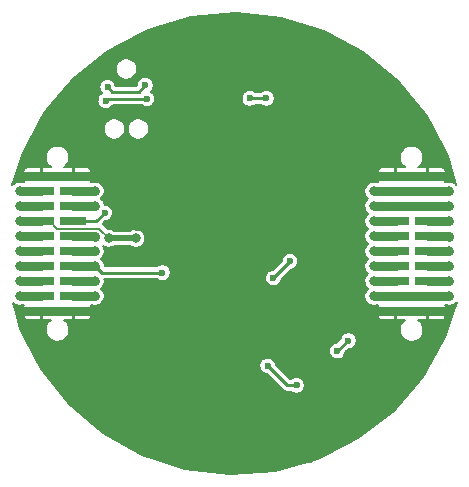
<source format=gbl>
G04 #@! TF.FileFunction,Copper,L2,Bot,Signal*
%FSLAX46Y46*%
G04 Gerber Fmt 4.6, Leading zero omitted, Abs format (unit mm)*
G04 Created by KiCad (PCBNEW 0.201601071449+6428~40~ubuntu14.04.1-stable) date Tue 09 Feb 2016 22:19:13 GMT*
%MOMM*%
G01*
G04 APERTURE LIST*
%ADD10C,0.100000*%
%ADD11R,2.220000X0.740000*%
%ADD12C,0.600000*%
%ADD13C,0.800000*%
%ADD14C,0.280000*%
%ADD15C,0.740000*%
%ADD16C,0.200000*%
%ADD17C,0.500000*%
G04 APERTURE END LIST*
D10*
D11*
X113635000Y-94285000D03*
X116365000Y-94285000D03*
X113635000Y-95555000D03*
X116365000Y-95555000D03*
X113635000Y-96825000D03*
X116365000Y-96825000D03*
X113635000Y-98095000D03*
X116365000Y-98095000D03*
X113635000Y-99365000D03*
X116365000Y-99365000D03*
X113635000Y-100635000D03*
X116365000Y-100635000D03*
X113635000Y-101905000D03*
X116365000Y-101905000D03*
X113635000Y-103175000D03*
X116365000Y-103175000D03*
X113635000Y-104445000D03*
X116365000Y-104445000D03*
X113635000Y-105715000D03*
X116365000Y-105715000D03*
X83635000Y-94285000D03*
X86365000Y-94285000D03*
X83635000Y-95555000D03*
X86365000Y-95555000D03*
X83635000Y-96825000D03*
X86365000Y-96825000D03*
X83635000Y-98095000D03*
X86365000Y-98095000D03*
X83635000Y-99365000D03*
X86365000Y-99365000D03*
X83635000Y-100635000D03*
X86365000Y-100635000D03*
X83635000Y-101905000D03*
X86365000Y-101905000D03*
X83635000Y-103175000D03*
X86365000Y-103175000D03*
X83635000Y-104445000D03*
X86365000Y-104445000D03*
X83635000Y-105715000D03*
X86365000Y-105715000D03*
D12*
X93900000Y-102450000D03*
D13*
X88200000Y-101900000D03*
D12*
X100000000Y-82050000D03*
X94850000Y-85000000D03*
X96050000Y-85000000D03*
X109100000Y-91950000D03*
X109100000Y-89550000D03*
X93900000Y-105150000D03*
X93000000Y-96809990D03*
X91800000Y-98650000D03*
X107650000Y-99900000D03*
X91150000Y-103775000D03*
X96900000Y-105750000D03*
X100000000Y-103050000D03*
X104400000Y-106000000D03*
X109050000Y-114050000D03*
X106350000Y-118300000D03*
X101850000Y-119000000D03*
X97350000Y-118700000D03*
X89600000Y-105900000D03*
X101550000Y-104600000D03*
X88550000Y-89000000D03*
X94850000Y-84000000D03*
D13*
X111800000Y-105700000D03*
X118200000Y-105700000D03*
X118200000Y-94250000D03*
X111800000Y-94250000D03*
X88200000Y-105750000D03*
X81800000Y-105750000D03*
X88200000Y-94300000D03*
X81800000Y-94300000D03*
X89350000Y-99550000D03*
X91650000Y-99550000D03*
D12*
X102800000Y-110350000D03*
X105250028Y-112000000D03*
D13*
X81800000Y-98100000D03*
X88200000Y-103200000D03*
X88200000Y-104450000D03*
D12*
X92600000Y-87750000D03*
X89100000Y-87900000D03*
X92450000Y-86600000D03*
X89250000Y-86750000D03*
D13*
X88200000Y-95550000D03*
X88200000Y-96800000D03*
D12*
X89000000Y-97400000D03*
D13*
X111800000Y-95550000D03*
X118200000Y-95550000D03*
X111800000Y-96800000D03*
X118200000Y-96850000D03*
X111800000Y-98100000D03*
X118200000Y-98100000D03*
X111800000Y-99350000D03*
X118200000Y-99400000D03*
X111800000Y-100650000D03*
X118200000Y-100650000D03*
X111800000Y-101900000D03*
X118200000Y-101900000D03*
X111800000Y-103150000D03*
X118200000Y-103200000D03*
X111800000Y-104450000D03*
X118200000Y-104450000D03*
X81800000Y-100650000D03*
X81800000Y-99350000D03*
X81800000Y-96850000D03*
X88200000Y-99400000D03*
X81800000Y-95550000D03*
X88200000Y-100650000D03*
X81800000Y-101900000D03*
X81800000Y-103200000D03*
X81800000Y-104450000D03*
D12*
X102700000Y-87700000D03*
X101300000Y-87700000D03*
X104700000Y-101500000D03*
X103300000Y-102900000D03*
X108697445Y-109102555D03*
X109650000Y-108200000D03*
D14*
X93900000Y-102450000D02*
X88750000Y-102450000D01*
X88750000Y-102450000D02*
X88200000Y-101900000D01*
D15*
X88200000Y-101900000D02*
X88195000Y-101905000D01*
X88195000Y-101905000D02*
X86365000Y-101905000D01*
X111800000Y-105700000D02*
X111815000Y-105715000D01*
X111815000Y-105715000D02*
X113635000Y-105715000D01*
X116365000Y-105715000D02*
X118185000Y-105715000D01*
X118185000Y-105715000D02*
X118200000Y-105700000D01*
X118200000Y-94250000D02*
X118165000Y-94285000D01*
X118165000Y-94285000D02*
X116365000Y-94285000D01*
X113635000Y-94285000D02*
X111835000Y-94285000D01*
X111835000Y-94285000D02*
X111800000Y-94250000D01*
X86365000Y-105715000D02*
X88165000Y-105715000D01*
X88165000Y-105715000D02*
X88200000Y-105750000D01*
X81800000Y-105750000D02*
X81835000Y-105715000D01*
X81835000Y-105715000D02*
X83635000Y-105715000D01*
X86365000Y-94285000D02*
X88185000Y-94285000D01*
X88185000Y-94285000D02*
X88200000Y-94300000D01*
X81800000Y-94300000D02*
X81815000Y-94285000D01*
X81815000Y-94285000D02*
X83635000Y-94285000D01*
X86365000Y-105715000D02*
X83635000Y-105715000D01*
X86365000Y-94285000D02*
X83635000Y-94285000D01*
X116365000Y-105715000D02*
X113635000Y-105715000D01*
X116365000Y-94285000D02*
X113635000Y-94285000D01*
D16*
X88525001Y-98725001D02*
X89350000Y-99550000D01*
D17*
X91650000Y-99550000D02*
X89350000Y-99550000D01*
D16*
X84375000Y-98095000D02*
X85005001Y-98725001D01*
X85005001Y-98725001D02*
X88525001Y-98725001D01*
X83635000Y-98095000D02*
X84375000Y-98095000D01*
D14*
X105250028Y-112000000D02*
X104450000Y-112000000D01*
X104450000Y-112000000D02*
X102800000Y-110350000D01*
D15*
X81800000Y-98100000D02*
X81805000Y-98095000D01*
X81805000Y-98095000D02*
X83635000Y-98095000D01*
X86365000Y-103175000D02*
X88175000Y-103175000D01*
X88175000Y-103175000D02*
X88200000Y-103200000D01*
X88200000Y-104450000D02*
X88195000Y-104445000D01*
X88195000Y-104445000D02*
X86365000Y-104445000D01*
D14*
X92600000Y-87750000D02*
X89250000Y-87750000D01*
X89250000Y-87750000D02*
X89100000Y-87900000D01*
X89650000Y-87150000D02*
X91900000Y-87150000D01*
X89250000Y-86750000D02*
X89650000Y-87150000D01*
X91900000Y-87150000D02*
X92450000Y-86600000D01*
D15*
X86365000Y-95555000D02*
X88195000Y-95555000D01*
X88195000Y-95555000D02*
X88200000Y-95550000D01*
X88200000Y-96800000D02*
X88175000Y-96825000D01*
X88175000Y-96825000D02*
X86365000Y-96825000D01*
D14*
X88300000Y-98100000D02*
X88295000Y-98095000D01*
X88295000Y-98095000D02*
X86365000Y-98095000D01*
X89000000Y-97400000D02*
X88300000Y-98100000D01*
D15*
X111800000Y-95550000D02*
X111805000Y-95555000D01*
X111805000Y-95555000D02*
X113635000Y-95555000D01*
X116365000Y-95555000D02*
X118195000Y-95555000D01*
X118195000Y-95555000D02*
X118200000Y-95550000D01*
X116365000Y-95555000D02*
X113635000Y-95555000D01*
X113635000Y-96825000D02*
X111825000Y-96825000D01*
X111825000Y-96825000D02*
X111800000Y-96800000D01*
X118200000Y-96850000D02*
X118175000Y-96825000D01*
X118175000Y-96825000D02*
X116365000Y-96825000D01*
X116365000Y-96825000D02*
X113635000Y-96825000D01*
X111800000Y-98100000D02*
X111805000Y-98095000D01*
X111805000Y-98095000D02*
X113635000Y-98095000D01*
X116365000Y-98095000D02*
X118195000Y-98095000D01*
X118195000Y-98095000D02*
X118200000Y-98100000D01*
X113635000Y-99365000D02*
X111815000Y-99365000D01*
X111815000Y-99365000D02*
X111800000Y-99350000D01*
X118200000Y-99400000D02*
X118165000Y-99365000D01*
X118165000Y-99365000D02*
X116365000Y-99365000D01*
X111800000Y-100650000D02*
X111815000Y-100635000D01*
X111815000Y-100635000D02*
X113635000Y-100635000D01*
X116365000Y-100635000D02*
X118185000Y-100635000D01*
X118185000Y-100635000D02*
X118200000Y-100650000D01*
X113635000Y-101905000D02*
X111805000Y-101905000D01*
X111805000Y-101905000D02*
X111800000Y-101900000D01*
X118200000Y-101900000D02*
X118195000Y-101905000D01*
X118195000Y-101905000D02*
X116365000Y-101905000D01*
X111800000Y-103150000D02*
X111825000Y-103175000D01*
X111825000Y-103175000D02*
X113635000Y-103175000D01*
X116365000Y-103175000D02*
X118175000Y-103175000D01*
X118175000Y-103175000D02*
X118200000Y-103200000D01*
X113635000Y-104445000D02*
X111805000Y-104445000D01*
X111805000Y-104445000D02*
X111800000Y-104450000D01*
X118200000Y-104450000D02*
X118195000Y-104445000D01*
X118195000Y-104445000D02*
X116365000Y-104445000D01*
X116365000Y-104445000D02*
X113635000Y-104445000D01*
X81800000Y-100650000D02*
X81815000Y-100635000D01*
X81815000Y-100635000D02*
X83635000Y-100635000D01*
X83635000Y-99365000D02*
X81815000Y-99365000D01*
X81815000Y-99365000D02*
X81800000Y-99350000D01*
X83635000Y-96825000D02*
X81825000Y-96825000D01*
X81825000Y-96825000D02*
X81800000Y-96850000D01*
X86365000Y-99365000D02*
X88165000Y-99365000D01*
X88165000Y-99365000D02*
X88200000Y-99400000D01*
X81800000Y-95550000D02*
X81805000Y-95555000D01*
X81805000Y-95555000D02*
X83635000Y-95555000D01*
X86365000Y-100635000D02*
X88185000Y-100635000D01*
X88185000Y-100635000D02*
X88200000Y-100650000D01*
X83635000Y-101905000D02*
X81805000Y-101905000D01*
X81805000Y-101905000D02*
X81800000Y-101900000D01*
X81800000Y-103200000D02*
X81825000Y-103175000D01*
X81825000Y-103175000D02*
X83635000Y-103175000D01*
X83635000Y-104445000D02*
X81805000Y-104445000D01*
X81805000Y-104445000D02*
X81800000Y-104450000D01*
D14*
X102700000Y-87700000D02*
X101300000Y-87700000D01*
X103300000Y-102900000D02*
X104700000Y-101500000D01*
X109650000Y-108200000D02*
X109600000Y-108200000D01*
X109600000Y-108200000D02*
X108697445Y-109102555D01*
D16*
G36*
X103926046Y-80873793D02*
X107566242Y-82000622D01*
X110918241Y-83813041D01*
X113854369Y-86242017D01*
X116262787Y-89195030D01*
X118051761Y-92559601D01*
X118791725Y-95010482D01*
X118712407Y-94930607D01*
X118582341Y-94842876D01*
X118437711Y-94782079D01*
X118284027Y-94750533D01*
X118127143Y-94749437D01*
X117973034Y-94778835D01*
X117957775Y-94785000D01*
X117854109Y-94785000D01*
X117859628Y-94771676D01*
X117875000Y-94694397D01*
X117875000Y-94410000D01*
X117775000Y-94310000D01*
X116390000Y-94310000D01*
X116390000Y-94330000D01*
X116340000Y-94330000D01*
X116340000Y-94310000D01*
X113660000Y-94310000D01*
X113660000Y-94330000D01*
X113610000Y-94330000D01*
X113610000Y-94310000D01*
X112225000Y-94310000D01*
X112125000Y-94410000D01*
X112125000Y-94694397D01*
X112140372Y-94771676D01*
X112145891Y-94785000D01*
X112044660Y-94785000D01*
X112037711Y-94782079D01*
X111884027Y-94750533D01*
X111727143Y-94749437D01*
X111573034Y-94778835D01*
X111427570Y-94837607D01*
X111296291Y-94923513D01*
X111184199Y-95033282D01*
X111095562Y-95162732D01*
X111033758Y-95306934D01*
X111001139Y-95460393D01*
X110998948Y-95617266D01*
X111027270Y-95771577D01*
X111085024Y-95917448D01*
X111170012Y-96049323D01*
X111278995Y-96162179D01*
X111295881Y-96173915D01*
X111184199Y-96283282D01*
X111095562Y-96412732D01*
X111033758Y-96556934D01*
X111001139Y-96710393D01*
X110998948Y-96867266D01*
X111027270Y-97021577D01*
X111085024Y-97167448D01*
X111170012Y-97299323D01*
X111278995Y-97412179D01*
X111332836Y-97449599D01*
X111296291Y-97473513D01*
X111184199Y-97583282D01*
X111095562Y-97712732D01*
X111033758Y-97856934D01*
X111001139Y-98010393D01*
X110998948Y-98167266D01*
X111027270Y-98321577D01*
X111085024Y-98467448D01*
X111170012Y-98599323D01*
X111278995Y-98712179D01*
X111295881Y-98723915D01*
X111184199Y-98833282D01*
X111095562Y-98962732D01*
X111033758Y-99106934D01*
X111001139Y-99260393D01*
X110998948Y-99417266D01*
X111027270Y-99571577D01*
X111085024Y-99717448D01*
X111170012Y-99849323D01*
X111278995Y-99962179D01*
X111332836Y-99999599D01*
X111296291Y-100023513D01*
X111184199Y-100133282D01*
X111095562Y-100262732D01*
X111033758Y-100406934D01*
X111001139Y-100560393D01*
X110998948Y-100717266D01*
X111027270Y-100871577D01*
X111085024Y-101017448D01*
X111170012Y-101149323D01*
X111278995Y-101262179D01*
X111295881Y-101273915D01*
X111184199Y-101383282D01*
X111095562Y-101512732D01*
X111033758Y-101656934D01*
X111001139Y-101810393D01*
X110998948Y-101967266D01*
X111027270Y-102121577D01*
X111085024Y-102267448D01*
X111170012Y-102399323D01*
X111278995Y-102512179D01*
X111295881Y-102523915D01*
X111184199Y-102633282D01*
X111095562Y-102762732D01*
X111033758Y-102906934D01*
X111001139Y-103060393D01*
X110998948Y-103217266D01*
X111027270Y-103371577D01*
X111085024Y-103517448D01*
X111170012Y-103649323D01*
X111278995Y-103762179D01*
X111332836Y-103799599D01*
X111296291Y-103823513D01*
X111184199Y-103933282D01*
X111095562Y-104062732D01*
X111033758Y-104206934D01*
X111001139Y-104360393D01*
X110998948Y-104517266D01*
X111027270Y-104671577D01*
X111085024Y-104817448D01*
X111170012Y-104949323D01*
X111278995Y-105062179D01*
X111407824Y-105151717D01*
X111551590Y-105214527D01*
X111704818Y-105248216D01*
X111861672Y-105251502D01*
X112016177Y-105224258D01*
X112040046Y-105215000D01*
X112145891Y-105215000D01*
X112140372Y-105228324D01*
X112125000Y-105305603D01*
X112125000Y-105590000D01*
X112225000Y-105690000D01*
X113610000Y-105690000D01*
X113610000Y-105670000D01*
X113660000Y-105670000D01*
X113660000Y-105690000D01*
X116340000Y-105690000D01*
X116340000Y-105670000D01*
X116390000Y-105670000D01*
X116390000Y-105690000D01*
X117775000Y-105690000D01*
X117875000Y-105590000D01*
X117875000Y-105305603D01*
X117859628Y-105228324D01*
X117854109Y-105215000D01*
X117953741Y-105215000D01*
X118104818Y-105248216D01*
X118261672Y-105251502D01*
X118416177Y-105224258D01*
X118562447Y-105167524D01*
X118694912Y-105083459D01*
X118808526Y-104975266D01*
X118837280Y-104934505D01*
X117836975Y-107941533D01*
X115954754Y-111254841D01*
X113464822Y-114139456D01*
X110462018Y-116485503D01*
X107060720Y-118203622D01*
X103390481Y-119228371D01*
X99591099Y-119520718D01*
X95807293Y-119069526D01*
X92183185Y-117891982D01*
X88856818Y-116032938D01*
X85954890Y-113563205D01*
X83587937Y-110576853D01*
X83501600Y-110408858D01*
X102099080Y-110408858D01*
X102123861Y-110543880D01*
X102174396Y-110671517D01*
X102248760Y-110786907D01*
X102344121Y-110885656D01*
X102456846Y-110964002D01*
X102582641Y-111018961D01*
X102716716Y-111048439D01*
X102735149Y-111048825D01*
X104068162Y-112381837D01*
X104106738Y-112413524D01*
X104144918Y-112445561D01*
X104147402Y-112446927D01*
X104149600Y-112448732D01*
X104193584Y-112472316D01*
X104237271Y-112496333D01*
X104239979Y-112497192D01*
X104242480Y-112498533D01*
X104290138Y-112513103D01*
X104337728Y-112528200D01*
X104340553Y-112528517D01*
X104343265Y-112529346D01*
X104392842Y-112534382D01*
X104442460Y-112539947D01*
X104448017Y-112539986D01*
X104448115Y-112539996D01*
X104448206Y-112539987D01*
X104450000Y-112540000D01*
X104800399Y-112540000D01*
X104906874Y-112614002D01*
X105032669Y-112668961D01*
X105166744Y-112698439D01*
X105303991Y-112701314D01*
X105439183Y-112677476D01*
X105567169Y-112627833D01*
X105683076Y-112554277D01*
X105782488Y-112459608D01*
X105861619Y-112347432D01*
X105917455Y-112222023D01*
X105947869Y-112088158D01*
X105950058Y-111931361D01*
X105923394Y-111796699D01*
X105871082Y-111669780D01*
X105795114Y-111555439D01*
X105698384Y-111458031D01*
X105584576Y-111381267D01*
X105458025Y-111328070D01*
X105323552Y-111300466D01*
X105186278Y-111299508D01*
X105051433Y-111325231D01*
X104924152Y-111376656D01*
X104809283Y-111451824D01*
X104800934Y-111460000D01*
X104673675Y-111460000D01*
X103499961Y-110286285D01*
X103500030Y-110281361D01*
X103473366Y-110146699D01*
X103421054Y-110019780D01*
X103345086Y-109905439D01*
X103248356Y-109808031D01*
X103134548Y-109731267D01*
X103007997Y-109678070D01*
X102873524Y-109650466D01*
X102736250Y-109649508D01*
X102601405Y-109675231D01*
X102474124Y-109726656D01*
X102359255Y-109801824D01*
X102261174Y-109897872D01*
X102183617Y-110011141D01*
X102129538Y-110137317D01*
X102100997Y-110271594D01*
X102099080Y-110408858D01*
X83501600Y-110408858D01*
X82860501Y-109161413D01*
X107996525Y-109161413D01*
X108021306Y-109296435D01*
X108071841Y-109424072D01*
X108146205Y-109539462D01*
X108241566Y-109638211D01*
X108354291Y-109716557D01*
X108480086Y-109771516D01*
X108614161Y-109800994D01*
X108751408Y-109803869D01*
X108886600Y-109780031D01*
X109014586Y-109730388D01*
X109130493Y-109656832D01*
X109229905Y-109562163D01*
X109309036Y-109449987D01*
X109364872Y-109324578D01*
X109395286Y-109190713D01*
X109395602Y-109168074D01*
X109663215Y-108900460D01*
X109703963Y-108901314D01*
X109839155Y-108877476D01*
X109967141Y-108827833D01*
X110083048Y-108754277D01*
X110182460Y-108659608D01*
X110261591Y-108547432D01*
X110317427Y-108422023D01*
X110347841Y-108288158D01*
X110350030Y-108131361D01*
X110323366Y-107996699D01*
X110271054Y-107869780D01*
X110195086Y-107755439D01*
X110098356Y-107658031D01*
X109984548Y-107581267D01*
X109857997Y-107528070D01*
X109723524Y-107500466D01*
X109586250Y-107499508D01*
X109451405Y-107525231D01*
X109324124Y-107576656D01*
X109209255Y-107651824D01*
X109111174Y-107747872D01*
X109033617Y-107861141D01*
X108979538Y-107987317D01*
X108960786Y-108075538D01*
X108634257Y-108402067D01*
X108633695Y-108402063D01*
X108498850Y-108427786D01*
X108371569Y-108479211D01*
X108256700Y-108554379D01*
X108158619Y-108650427D01*
X108081062Y-108763696D01*
X108026983Y-108889872D01*
X107998442Y-109024149D01*
X107996525Y-109161413D01*
X82860501Y-109161413D01*
X81846114Y-107187632D01*
X81459687Y-105840000D01*
X82125000Y-105840000D01*
X82125000Y-106124397D01*
X82140372Y-106201676D01*
X82170525Y-106274471D01*
X82214300Y-106339986D01*
X82270015Y-106395701D01*
X82335529Y-106439476D01*
X82408325Y-106469628D01*
X82485604Y-106485000D01*
X83510000Y-106485000D01*
X83610000Y-106385000D01*
X83610000Y-105740000D01*
X83660000Y-105740000D01*
X83660000Y-106385000D01*
X83760000Y-106485000D01*
X84426739Y-106485000D01*
X84370364Y-106521891D01*
X84230249Y-106659102D01*
X84119453Y-106820915D01*
X84042197Y-107001167D01*
X84001423Y-107192992D01*
X83998685Y-107389083D01*
X84034087Y-107581971D01*
X84106280Y-107764310D01*
X84212514Y-107929154D01*
X84348744Y-108070223D01*
X84509780Y-108182146D01*
X84689488Y-108260659D01*
X84881023Y-108302770D01*
X85077090Y-108306877D01*
X85270221Y-108272823D01*
X85453059Y-108201905D01*
X85618641Y-108096824D01*
X85760658Y-107961583D01*
X85873702Y-107801332D01*
X85953468Y-107622176D01*
X85996916Y-107430940D01*
X86000043Y-107206945D01*
X85961952Y-107014570D01*
X85887220Y-106833257D01*
X85778694Y-106669912D01*
X85640508Y-106530758D01*
X85572669Y-106485000D01*
X86240000Y-106485000D01*
X86340000Y-106385000D01*
X86340000Y-105740000D01*
X86390000Y-105740000D01*
X86390000Y-106385000D01*
X86490000Y-106485000D01*
X87514396Y-106485000D01*
X87591675Y-106469628D01*
X87664471Y-106439476D01*
X87729985Y-106395701D01*
X87785700Y-106339986D01*
X87829475Y-106274471D01*
X87859628Y-106201676D01*
X87875000Y-106124397D01*
X87875000Y-105840000D01*
X112125000Y-105840000D01*
X112125000Y-106124397D01*
X112140372Y-106201676D01*
X112170525Y-106274471D01*
X112214300Y-106339986D01*
X112270015Y-106395701D01*
X112335529Y-106439476D01*
X112408325Y-106469628D01*
X112485604Y-106485000D01*
X113510000Y-106485000D01*
X113610000Y-106385000D01*
X113610000Y-105740000D01*
X113660000Y-105740000D01*
X113660000Y-106385000D01*
X113760000Y-106485000D01*
X114426739Y-106485000D01*
X114370364Y-106521891D01*
X114230249Y-106659102D01*
X114119453Y-106820915D01*
X114042197Y-107001167D01*
X114001423Y-107192992D01*
X113998685Y-107389083D01*
X114034087Y-107581971D01*
X114106280Y-107764310D01*
X114212514Y-107929154D01*
X114348744Y-108070223D01*
X114509780Y-108182146D01*
X114689488Y-108260659D01*
X114881023Y-108302770D01*
X115077090Y-108306877D01*
X115270221Y-108272823D01*
X115453059Y-108201905D01*
X115618641Y-108096824D01*
X115760658Y-107961583D01*
X115873702Y-107801332D01*
X115953468Y-107622176D01*
X115996916Y-107430940D01*
X116000043Y-107206945D01*
X115961952Y-107014570D01*
X115887220Y-106833257D01*
X115778694Y-106669912D01*
X115640508Y-106530758D01*
X115572669Y-106485000D01*
X116240000Y-106485000D01*
X116340000Y-106385000D01*
X116340000Y-105740000D01*
X116390000Y-105740000D01*
X116390000Y-106385000D01*
X116490000Y-106485000D01*
X117514396Y-106485000D01*
X117591675Y-106469628D01*
X117664471Y-106439476D01*
X117729985Y-106395701D01*
X117785700Y-106339986D01*
X117829475Y-106274471D01*
X117859628Y-106201676D01*
X117875000Y-106124397D01*
X117875000Y-105840000D01*
X117775000Y-105740000D01*
X116390000Y-105740000D01*
X116340000Y-105740000D01*
X113660000Y-105740000D01*
X113610000Y-105740000D01*
X112225000Y-105740000D01*
X112125000Y-105840000D01*
X87875000Y-105840000D01*
X87775000Y-105740000D01*
X86390000Y-105740000D01*
X86340000Y-105740000D01*
X83660000Y-105740000D01*
X83610000Y-105740000D01*
X82225000Y-105740000D01*
X82125000Y-105840000D01*
X81459687Y-105840000D01*
X81218766Y-104999810D01*
X81278995Y-105062179D01*
X81407824Y-105151717D01*
X81551590Y-105214527D01*
X81704818Y-105248216D01*
X81861672Y-105251502D01*
X82016177Y-105224258D01*
X82040046Y-105215000D01*
X82145891Y-105215000D01*
X82140372Y-105228324D01*
X82125000Y-105305603D01*
X82125000Y-105590000D01*
X82225000Y-105690000D01*
X83610000Y-105690000D01*
X83610000Y-105670000D01*
X83660000Y-105670000D01*
X83660000Y-105690000D01*
X86340000Y-105690000D01*
X86340000Y-105670000D01*
X86390000Y-105670000D01*
X86390000Y-105690000D01*
X87775000Y-105690000D01*
X87875000Y-105590000D01*
X87875000Y-105305603D01*
X87859628Y-105228324D01*
X87854109Y-105215000D01*
X87953741Y-105215000D01*
X88104818Y-105248216D01*
X88261672Y-105251502D01*
X88416177Y-105224258D01*
X88562447Y-105167524D01*
X88694912Y-105083459D01*
X88808526Y-104975266D01*
X88898962Y-104847066D01*
X88962774Y-104703741D01*
X88997532Y-104550752D01*
X89000034Y-104371556D01*
X88969561Y-104217656D01*
X88909776Y-104072605D01*
X88822955Y-103941930D01*
X88712407Y-103830607D01*
X88703919Y-103824882D01*
X88808526Y-103725266D01*
X88898962Y-103597066D01*
X88962774Y-103453741D01*
X88997532Y-103300752D01*
X89000034Y-103121556D01*
X88973985Y-102990000D01*
X93450371Y-102990000D01*
X93556846Y-103064002D01*
X93682641Y-103118961D01*
X93816716Y-103148439D01*
X93953963Y-103151314D01*
X94089155Y-103127476D01*
X94217141Y-103077833D01*
X94333048Y-103004277D01*
X94380742Y-102958858D01*
X102599080Y-102958858D01*
X102623861Y-103093880D01*
X102674396Y-103221517D01*
X102748760Y-103336907D01*
X102844121Y-103435656D01*
X102956846Y-103514002D01*
X103082641Y-103568961D01*
X103216716Y-103598439D01*
X103353963Y-103601314D01*
X103489155Y-103577476D01*
X103617141Y-103527833D01*
X103733048Y-103454277D01*
X103832460Y-103359608D01*
X103911591Y-103247432D01*
X103967427Y-103122023D01*
X103997841Y-102988158D01*
X103998157Y-102965519D01*
X104764160Y-102199516D01*
X104889155Y-102177476D01*
X105017141Y-102127833D01*
X105133048Y-102054277D01*
X105232460Y-101959608D01*
X105311591Y-101847432D01*
X105367427Y-101722023D01*
X105397841Y-101588158D01*
X105400030Y-101431361D01*
X105373366Y-101296699D01*
X105321054Y-101169780D01*
X105245086Y-101055439D01*
X105148356Y-100958031D01*
X105034548Y-100881267D01*
X104907997Y-100828070D01*
X104773524Y-100800466D01*
X104636250Y-100799508D01*
X104501405Y-100825231D01*
X104374124Y-100876656D01*
X104259255Y-100951824D01*
X104161174Y-101047872D01*
X104083617Y-101161141D01*
X104029538Y-101287317D01*
X104000997Y-101421594D01*
X104000802Y-101435522D01*
X103236812Y-102199512D01*
X103236250Y-102199508D01*
X103101405Y-102225231D01*
X102974124Y-102276656D01*
X102859255Y-102351824D01*
X102761174Y-102447872D01*
X102683617Y-102561141D01*
X102629538Y-102687317D01*
X102600997Y-102821594D01*
X102599080Y-102958858D01*
X94380742Y-102958858D01*
X94432460Y-102909608D01*
X94511591Y-102797432D01*
X94567427Y-102672023D01*
X94597841Y-102538158D01*
X94600030Y-102381361D01*
X94573366Y-102246699D01*
X94521054Y-102119780D01*
X94445086Y-102005439D01*
X94348356Y-101908031D01*
X94234548Y-101831267D01*
X94107997Y-101778070D01*
X93973524Y-101750466D01*
X93836250Y-101749508D01*
X93701405Y-101775231D01*
X93574124Y-101826656D01*
X93459255Y-101901824D01*
X93450906Y-101910000D01*
X88998799Y-101910000D01*
X89000034Y-101821556D01*
X88969561Y-101667656D01*
X88909776Y-101522605D01*
X88822955Y-101391930D01*
X88712407Y-101280607D01*
X88703919Y-101274882D01*
X88808526Y-101175266D01*
X88898962Y-101047066D01*
X88962774Y-100903741D01*
X88997532Y-100750752D01*
X89000034Y-100571556D01*
X88969561Y-100417656D01*
X88909776Y-100272605D01*
X88842769Y-100171752D01*
X88957824Y-100251717D01*
X89101590Y-100314527D01*
X89254818Y-100348216D01*
X89411672Y-100351502D01*
X89566177Y-100324258D01*
X89712447Y-100267524D01*
X89818848Y-100200000D01*
X91183413Y-100200000D01*
X91257824Y-100251717D01*
X91401590Y-100314527D01*
X91554818Y-100348216D01*
X91711672Y-100351502D01*
X91866177Y-100324258D01*
X92012447Y-100267524D01*
X92144912Y-100183459D01*
X92258526Y-100075266D01*
X92348962Y-99947066D01*
X92412774Y-99803741D01*
X92447532Y-99650752D01*
X92450034Y-99471556D01*
X92419561Y-99317656D01*
X92359776Y-99172605D01*
X92272955Y-99041930D01*
X92162407Y-98930607D01*
X92032341Y-98842876D01*
X91887711Y-98782079D01*
X91734027Y-98750533D01*
X91577143Y-98749437D01*
X91423034Y-98778835D01*
X91277570Y-98837607D01*
X91182223Y-98900000D01*
X89817030Y-98900000D01*
X89732341Y-98842876D01*
X89587711Y-98782079D01*
X89434027Y-98750533D01*
X89277143Y-98749437D01*
X89259844Y-98752737D01*
X88878554Y-98371448D01*
X88842909Y-98342169D01*
X88831272Y-98332404D01*
X89064159Y-98099516D01*
X89189155Y-98077476D01*
X89317141Y-98027833D01*
X89433048Y-97954277D01*
X89532460Y-97859608D01*
X89611591Y-97747432D01*
X89667427Y-97622023D01*
X89697841Y-97488158D01*
X89700030Y-97331361D01*
X89673366Y-97196699D01*
X89621054Y-97069780D01*
X89545086Y-96955439D01*
X89448356Y-96858031D01*
X89334548Y-96781267D01*
X89207997Y-96728070D01*
X89073524Y-96700466D01*
X88995751Y-96699923D01*
X88969561Y-96567656D01*
X88909776Y-96422605D01*
X88822955Y-96291930D01*
X88712407Y-96180607D01*
X88703919Y-96174882D01*
X88808526Y-96075266D01*
X88898962Y-95947066D01*
X88962774Y-95803741D01*
X88997532Y-95650752D01*
X89000034Y-95471556D01*
X88969561Y-95317656D01*
X88909776Y-95172605D01*
X88822955Y-95041930D01*
X88712407Y-94930607D01*
X88582341Y-94842876D01*
X88437711Y-94782079D01*
X88284027Y-94750533D01*
X88127143Y-94749437D01*
X87973034Y-94778835D01*
X87957775Y-94785000D01*
X87854109Y-94785000D01*
X87859628Y-94771676D01*
X87875000Y-94694397D01*
X87875000Y-94410000D01*
X87775000Y-94310000D01*
X86390000Y-94310000D01*
X86390000Y-94330000D01*
X86340000Y-94330000D01*
X86340000Y-94310000D01*
X83660000Y-94310000D01*
X83660000Y-94330000D01*
X83610000Y-94330000D01*
X83610000Y-94310000D01*
X82225000Y-94310000D01*
X82125000Y-94410000D01*
X82125000Y-94694397D01*
X82140372Y-94771676D01*
X82145891Y-94785000D01*
X82044660Y-94785000D01*
X82037711Y-94782079D01*
X81884027Y-94750533D01*
X81727143Y-94749437D01*
X81573034Y-94778835D01*
X81427570Y-94837607D01*
X81296291Y-94923513D01*
X81191834Y-95025805D01*
X81556699Y-93875603D01*
X82125000Y-93875603D01*
X82125000Y-94160000D01*
X82225000Y-94260000D01*
X83610000Y-94260000D01*
X83610000Y-93615000D01*
X83660000Y-93615000D01*
X83660000Y-94260000D01*
X86340000Y-94260000D01*
X86340000Y-93615000D01*
X86390000Y-93615000D01*
X86390000Y-94260000D01*
X87775000Y-94260000D01*
X87875000Y-94160000D01*
X87875000Y-93875603D01*
X112125000Y-93875603D01*
X112125000Y-94160000D01*
X112225000Y-94260000D01*
X113610000Y-94260000D01*
X113610000Y-93615000D01*
X113660000Y-93615000D01*
X113660000Y-94260000D01*
X116340000Y-94260000D01*
X116340000Y-93615000D01*
X116390000Y-93615000D01*
X116390000Y-94260000D01*
X117775000Y-94260000D01*
X117875000Y-94160000D01*
X117875000Y-93875603D01*
X117859628Y-93798324D01*
X117829475Y-93725529D01*
X117785700Y-93660014D01*
X117729985Y-93604299D01*
X117664471Y-93560524D01*
X117591675Y-93530372D01*
X117514396Y-93515000D01*
X116490000Y-93515000D01*
X116390000Y-93615000D01*
X116340000Y-93615000D01*
X116240000Y-93515000D01*
X115574243Y-93515000D01*
X115618641Y-93486824D01*
X115760658Y-93351583D01*
X115873702Y-93191332D01*
X115953468Y-93012176D01*
X115996916Y-92820940D01*
X116000043Y-92596945D01*
X115961952Y-92404570D01*
X115887220Y-92223257D01*
X115778694Y-92059912D01*
X115640508Y-91920758D01*
X115477926Y-91811095D01*
X115297139Y-91735099D01*
X115105034Y-91695666D01*
X114908929Y-91694297D01*
X114716292Y-91731044D01*
X114534462Y-91804508D01*
X114370364Y-91911891D01*
X114230249Y-92049102D01*
X114119453Y-92210915D01*
X114042197Y-92391167D01*
X114001423Y-92582992D01*
X113998685Y-92779083D01*
X114034087Y-92971971D01*
X114106280Y-93154310D01*
X114212514Y-93319154D01*
X114348744Y-93460223D01*
X114427558Y-93515000D01*
X113760000Y-93515000D01*
X113660000Y-93615000D01*
X113610000Y-93615000D01*
X113510000Y-93515000D01*
X112485604Y-93515000D01*
X112408325Y-93530372D01*
X112335529Y-93560524D01*
X112270015Y-93604299D01*
X112214300Y-93660014D01*
X112170525Y-93725529D01*
X112140372Y-93798324D01*
X112125000Y-93875603D01*
X87875000Y-93875603D01*
X87859628Y-93798324D01*
X87829475Y-93725529D01*
X87785700Y-93660014D01*
X87729985Y-93604299D01*
X87664471Y-93560524D01*
X87591675Y-93530372D01*
X87514396Y-93515000D01*
X86490000Y-93515000D01*
X86390000Y-93615000D01*
X86340000Y-93615000D01*
X86240000Y-93515000D01*
X85574243Y-93515000D01*
X85618641Y-93486824D01*
X85760658Y-93351583D01*
X85873702Y-93191332D01*
X85953468Y-93012176D01*
X85996916Y-92820940D01*
X86000043Y-92596945D01*
X85961952Y-92404570D01*
X85887220Y-92223257D01*
X85778694Y-92059912D01*
X85640508Y-91920758D01*
X85477926Y-91811095D01*
X85297139Y-91735099D01*
X85105034Y-91695666D01*
X84908929Y-91694297D01*
X84716292Y-91731044D01*
X84534462Y-91804508D01*
X84370364Y-91911891D01*
X84230249Y-92049102D01*
X84119453Y-92210915D01*
X84042197Y-92391167D01*
X84001423Y-92582992D01*
X83998685Y-92779083D01*
X84034087Y-92971971D01*
X84106280Y-93154310D01*
X84212514Y-93319154D01*
X84348744Y-93460223D01*
X84427558Y-93515000D01*
X83760000Y-93515000D01*
X83660000Y-93615000D01*
X83610000Y-93615000D01*
X83510000Y-93515000D01*
X82485604Y-93515000D01*
X82408325Y-93530372D01*
X82335529Y-93560524D01*
X82270015Y-93604299D01*
X82214300Y-93660014D01*
X82170525Y-93725529D01*
X82140372Y-93798324D01*
X82125000Y-93875603D01*
X81556699Y-93875603D01*
X82053883Y-92308284D01*
X83121841Y-90365674D01*
X88927817Y-90365674D01*
X88959678Y-90539274D01*
X89024652Y-90703379D01*
X89120263Y-90851738D01*
X89242870Y-90978701D01*
X89387802Y-91079431D01*
X89549539Y-91150093D01*
X89721921Y-91187993D01*
X89898381Y-91191690D01*
X90072199Y-91161041D01*
X90236753Y-91097214D01*
X90385777Y-91002641D01*
X90513592Y-90880924D01*
X90615332Y-90736699D01*
X90687121Y-90575459D01*
X90726224Y-90403346D01*
X90726750Y-90365674D01*
X90959817Y-90365674D01*
X90991678Y-90539274D01*
X91056652Y-90703379D01*
X91152263Y-90851738D01*
X91274870Y-90978701D01*
X91419802Y-91079431D01*
X91581539Y-91150093D01*
X91753921Y-91187993D01*
X91930381Y-91191690D01*
X92104199Y-91161041D01*
X92268753Y-91097214D01*
X92417777Y-91002641D01*
X92545592Y-90880924D01*
X92647332Y-90736699D01*
X92719121Y-90575459D01*
X92758224Y-90403346D01*
X92761039Y-90201750D01*
X92726757Y-90028613D01*
X92659498Y-89865431D01*
X92561825Y-89718421D01*
X92437458Y-89593182D01*
X92291133Y-89494485D01*
X92128425Y-89426089D01*
X91955531Y-89390599D01*
X91779036Y-89389367D01*
X91605663Y-89422440D01*
X91442016Y-89488557D01*
X91294328Y-89585202D01*
X91168224Y-89708692D01*
X91068508Y-89854324D01*
X90998977Y-90016550D01*
X90962281Y-90189193D01*
X90959817Y-90365674D01*
X90726750Y-90365674D01*
X90729039Y-90201750D01*
X90694757Y-90028613D01*
X90627498Y-89865431D01*
X90529825Y-89718421D01*
X90405458Y-89593182D01*
X90259133Y-89494485D01*
X90096425Y-89426089D01*
X89923531Y-89390599D01*
X89747036Y-89389367D01*
X89573663Y-89422440D01*
X89410016Y-89488557D01*
X89262328Y-89585202D01*
X89136224Y-89708692D01*
X89036508Y-89854324D01*
X88966977Y-90016550D01*
X88930281Y-90189193D01*
X88927817Y-90365674D01*
X83121841Y-90365674D01*
X83889659Y-88969019D01*
X84737284Y-87958858D01*
X88399080Y-87958858D01*
X88423861Y-88093880D01*
X88474396Y-88221517D01*
X88548760Y-88336907D01*
X88644121Y-88435656D01*
X88756846Y-88514002D01*
X88882641Y-88568961D01*
X89016716Y-88598439D01*
X89153963Y-88601314D01*
X89289155Y-88577476D01*
X89417141Y-88527833D01*
X89533048Y-88454277D01*
X89632460Y-88359608D01*
X89681563Y-88290000D01*
X92150371Y-88290000D01*
X92256846Y-88364002D01*
X92382641Y-88418961D01*
X92516716Y-88448439D01*
X92653963Y-88451314D01*
X92789155Y-88427476D01*
X92917141Y-88377833D01*
X93033048Y-88304277D01*
X93132460Y-88209608D01*
X93211591Y-88097432D01*
X93267427Y-87972023D01*
X93297841Y-87838158D01*
X93298948Y-87758858D01*
X100599080Y-87758858D01*
X100623861Y-87893880D01*
X100674396Y-88021517D01*
X100748760Y-88136907D01*
X100844121Y-88235656D01*
X100956846Y-88314002D01*
X101082641Y-88368961D01*
X101216716Y-88398439D01*
X101353963Y-88401314D01*
X101489155Y-88377476D01*
X101617141Y-88327833D01*
X101733048Y-88254277D01*
X101748040Y-88240000D01*
X102250371Y-88240000D01*
X102356846Y-88314002D01*
X102482641Y-88368961D01*
X102616716Y-88398439D01*
X102753963Y-88401314D01*
X102889155Y-88377476D01*
X103017141Y-88327833D01*
X103133048Y-88254277D01*
X103232460Y-88159608D01*
X103311591Y-88047432D01*
X103367427Y-87922023D01*
X103397841Y-87788158D01*
X103400030Y-87631361D01*
X103373366Y-87496699D01*
X103321054Y-87369780D01*
X103245086Y-87255439D01*
X103148356Y-87158031D01*
X103034548Y-87081267D01*
X102907997Y-87028070D01*
X102773524Y-87000466D01*
X102636250Y-86999508D01*
X102501405Y-87025231D01*
X102374124Y-87076656D01*
X102259255Y-87151824D01*
X102250906Y-87160000D01*
X101750311Y-87160000D01*
X101748356Y-87158031D01*
X101634548Y-87081267D01*
X101507997Y-87028070D01*
X101373524Y-87000466D01*
X101236250Y-86999508D01*
X101101405Y-87025231D01*
X100974124Y-87076656D01*
X100859255Y-87151824D01*
X100761174Y-87247872D01*
X100683617Y-87361141D01*
X100629538Y-87487317D01*
X100600997Y-87621594D01*
X100599080Y-87758858D01*
X93298948Y-87758858D01*
X93300030Y-87681361D01*
X93273366Y-87546699D01*
X93221054Y-87419780D01*
X93145086Y-87305439D01*
X93048356Y-87208031D01*
X92934548Y-87131267D01*
X92915583Y-87123295D01*
X92982460Y-87059608D01*
X93061591Y-86947432D01*
X93117427Y-86822023D01*
X93147841Y-86688158D01*
X93150030Y-86531361D01*
X93123366Y-86396699D01*
X93071054Y-86269780D01*
X92995086Y-86155439D01*
X92898356Y-86058031D01*
X92784548Y-85981267D01*
X92657997Y-85928070D01*
X92523524Y-85900466D01*
X92386250Y-85899508D01*
X92251405Y-85925231D01*
X92124124Y-85976656D01*
X92009255Y-86051824D01*
X91911174Y-86147872D01*
X91833617Y-86261141D01*
X91779538Y-86387317D01*
X91750997Y-86521594D01*
X91750802Y-86535522D01*
X91676324Y-86610000D01*
X89935900Y-86610000D01*
X89923366Y-86546699D01*
X89871054Y-86419780D01*
X89795086Y-86305439D01*
X89698356Y-86208031D01*
X89584548Y-86131267D01*
X89457997Y-86078070D01*
X89323524Y-86050466D01*
X89186250Y-86049508D01*
X89051405Y-86075231D01*
X88924124Y-86126656D01*
X88809255Y-86201824D01*
X88711174Y-86297872D01*
X88633617Y-86411141D01*
X88579538Y-86537317D01*
X88550997Y-86671594D01*
X88549080Y-86808858D01*
X88573861Y-86943880D01*
X88624396Y-87071517D01*
X88698760Y-87186907D01*
X88782257Y-87273370D01*
X88774124Y-87276656D01*
X88659255Y-87351824D01*
X88561174Y-87447872D01*
X88483617Y-87561141D01*
X88429538Y-87687317D01*
X88400997Y-87821594D01*
X88399080Y-87958858D01*
X84737284Y-87958858D01*
X86339073Y-86049921D01*
X87289604Y-85285674D01*
X89943817Y-85285674D01*
X89975678Y-85459274D01*
X90040652Y-85623379D01*
X90136263Y-85771738D01*
X90258870Y-85898701D01*
X90403802Y-85999431D01*
X90565539Y-86070093D01*
X90737921Y-86107993D01*
X90914381Y-86111690D01*
X91088199Y-86081041D01*
X91252753Y-86017214D01*
X91401777Y-85922641D01*
X91529592Y-85800924D01*
X91631332Y-85656699D01*
X91703121Y-85495459D01*
X91742224Y-85323346D01*
X91745039Y-85121750D01*
X91710757Y-84948613D01*
X91643498Y-84785431D01*
X91545825Y-84638421D01*
X91421458Y-84513182D01*
X91275133Y-84414485D01*
X91112425Y-84346089D01*
X90939531Y-84310599D01*
X90763036Y-84309367D01*
X90589663Y-84342440D01*
X90426016Y-84408557D01*
X90278328Y-84505202D01*
X90152224Y-84628692D01*
X90052508Y-84774324D01*
X89982977Y-84936550D01*
X89946281Y-85109193D01*
X89943817Y-85285674D01*
X87289604Y-85285674D01*
X89308828Y-83662177D01*
X92685806Y-81896735D01*
X96341380Y-80820841D01*
X100136309Y-80475476D01*
X103926046Y-80873793D01*
X103926046Y-80873793D01*
G37*
X103926046Y-80873793D02*
X107566242Y-82000622D01*
X110918241Y-83813041D01*
X113854369Y-86242017D01*
X116262787Y-89195030D01*
X118051761Y-92559601D01*
X118791725Y-95010482D01*
X118712407Y-94930607D01*
X118582341Y-94842876D01*
X118437711Y-94782079D01*
X118284027Y-94750533D01*
X118127143Y-94749437D01*
X117973034Y-94778835D01*
X117957775Y-94785000D01*
X117854109Y-94785000D01*
X117859628Y-94771676D01*
X117875000Y-94694397D01*
X117875000Y-94410000D01*
X117775000Y-94310000D01*
X116390000Y-94310000D01*
X116390000Y-94330000D01*
X116340000Y-94330000D01*
X116340000Y-94310000D01*
X113660000Y-94310000D01*
X113660000Y-94330000D01*
X113610000Y-94330000D01*
X113610000Y-94310000D01*
X112225000Y-94310000D01*
X112125000Y-94410000D01*
X112125000Y-94694397D01*
X112140372Y-94771676D01*
X112145891Y-94785000D01*
X112044660Y-94785000D01*
X112037711Y-94782079D01*
X111884027Y-94750533D01*
X111727143Y-94749437D01*
X111573034Y-94778835D01*
X111427570Y-94837607D01*
X111296291Y-94923513D01*
X111184199Y-95033282D01*
X111095562Y-95162732D01*
X111033758Y-95306934D01*
X111001139Y-95460393D01*
X110998948Y-95617266D01*
X111027270Y-95771577D01*
X111085024Y-95917448D01*
X111170012Y-96049323D01*
X111278995Y-96162179D01*
X111295881Y-96173915D01*
X111184199Y-96283282D01*
X111095562Y-96412732D01*
X111033758Y-96556934D01*
X111001139Y-96710393D01*
X110998948Y-96867266D01*
X111027270Y-97021577D01*
X111085024Y-97167448D01*
X111170012Y-97299323D01*
X111278995Y-97412179D01*
X111332836Y-97449599D01*
X111296291Y-97473513D01*
X111184199Y-97583282D01*
X111095562Y-97712732D01*
X111033758Y-97856934D01*
X111001139Y-98010393D01*
X110998948Y-98167266D01*
X111027270Y-98321577D01*
X111085024Y-98467448D01*
X111170012Y-98599323D01*
X111278995Y-98712179D01*
X111295881Y-98723915D01*
X111184199Y-98833282D01*
X111095562Y-98962732D01*
X111033758Y-99106934D01*
X111001139Y-99260393D01*
X110998948Y-99417266D01*
X111027270Y-99571577D01*
X111085024Y-99717448D01*
X111170012Y-99849323D01*
X111278995Y-99962179D01*
X111332836Y-99999599D01*
X111296291Y-100023513D01*
X111184199Y-100133282D01*
X111095562Y-100262732D01*
X111033758Y-100406934D01*
X111001139Y-100560393D01*
X110998948Y-100717266D01*
X111027270Y-100871577D01*
X111085024Y-101017448D01*
X111170012Y-101149323D01*
X111278995Y-101262179D01*
X111295881Y-101273915D01*
X111184199Y-101383282D01*
X111095562Y-101512732D01*
X111033758Y-101656934D01*
X111001139Y-101810393D01*
X110998948Y-101967266D01*
X111027270Y-102121577D01*
X111085024Y-102267448D01*
X111170012Y-102399323D01*
X111278995Y-102512179D01*
X111295881Y-102523915D01*
X111184199Y-102633282D01*
X111095562Y-102762732D01*
X111033758Y-102906934D01*
X111001139Y-103060393D01*
X110998948Y-103217266D01*
X111027270Y-103371577D01*
X111085024Y-103517448D01*
X111170012Y-103649323D01*
X111278995Y-103762179D01*
X111332836Y-103799599D01*
X111296291Y-103823513D01*
X111184199Y-103933282D01*
X111095562Y-104062732D01*
X111033758Y-104206934D01*
X111001139Y-104360393D01*
X110998948Y-104517266D01*
X111027270Y-104671577D01*
X111085024Y-104817448D01*
X111170012Y-104949323D01*
X111278995Y-105062179D01*
X111407824Y-105151717D01*
X111551590Y-105214527D01*
X111704818Y-105248216D01*
X111861672Y-105251502D01*
X112016177Y-105224258D01*
X112040046Y-105215000D01*
X112145891Y-105215000D01*
X112140372Y-105228324D01*
X112125000Y-105305603D01*
X112125000Y-105590000D01*
X112225000Y-105690000D01*
X113610000Y-105690000D01*
X113610000Y-105670000D01*
X113660000Y-105670000D01*
X113660000Y-105690000D01*
X116340000Y-105690000D01*
X116340000Y-105670000D01*
X116390000Y-105670000D01*
X116390000Y-105690000D01*
X117775000Y-105690000D01*
X117875000Y-105590000D01*
X117875000Y-105305603D01*
X117859628Y-105228324D01*
X117854109Y-105215000D01*
X117953741Y-105215000D01*
X118104818Y-105248216D01*
X118261672Y-105251502D01*
X118416177Y-105224258D01*
X118562447Y-105167524D01*
X118694912Y-105083459D01*
X118808526Y-104975266D01*
X118837280Y-104934505D01*
X117836975Y-107941533D01*
X115954754Y-111254841D01*
X113464822Y-114139456D01*
X110462018Y-116485503D01*
X107060720Y-118203622D01*
X103390481Y-119228371D01*
X99591099Y-119520718D01*
X95807293Y-119069526D01*
X92183185Y-117891982D01*
X88856818Y-116032938D01*
X85954890Y-113563205D01*
X83587937Y-110576853D01*
X83501600Y-110408858D01*
X102099080Y-110408858D01*
X102123861Y-110543880D01*
X102174396Y-110671517D01*
X102248760Y-110786907D01*
X102344121Y-110885656D01*
X102456846Y-110964002D01*
X102582641Y-111018961D01*
X102716716Y-111048439D01*
X102735149Y-111048825D01*
X104068162Y-112381837D01*
X104106738Y-112413524D01*
X104144918Y-112445561D01*
X104147402Y-112446927D01*
X104149600Y-112448732D01*
X104193584Y-112472316D01*
X104237271Y-112496333D01*
X104239979Y-112497192D01*
X104242480Y-112498533D01*
X104290138Y-112513103D01*
X104337728Y-112528200D01*
X104340553Y-112528517D01*
X104343265Y-112529346D01*
X104392842Y-112534382D01*
X104442460Y-112539947D01*
X104448017Y-112539986D01*
X104448115Y-112539996D01*
X104448206Y-112539987D01*
X104450000Y-112540000D01*
X104800399Y-112540000D01*
X104906874Y-112614002D01*
X105032669Y-112668961D01*
X105166744Y-112698439D01*
X105303991Y-112701314D01*
X105439183Y-112677476D01*
X105567169Y-112627833D01*
X105683076Y-112554277D01*
X105782488Y-112459608D01*
X105861619Y-112347432D01*
X105917455Y-112222023D01*
X105947869Y-112088158D01*
X105950058Y-111931361D01*
X105923394Y-111796699D01*
X105871082Y-111669780D01*
X105795114Y-111555439D01*
X105698384Y-111458031D01*
X105584576Y-111381267D01*
X105458025Y-111328070D01*
X105323552Y-111300466D01*
X105186278Y-111299508D01*
X105051433Y-111325231D01*
X104924152Y-111376656D01*
X104809283Y-111451824D01*
X104800934Y-111460000D01*
X104673675Y-111460000D01*
X103499961Y-110286285D01*
X103500030Y-110281361D01*
X103473366Y-110146699D01*
X103421054Y-110019780D01*
X103345086Y-109905439D01*
X103248356Y-109808031D01*
X103134548Y-109731267D01*
X103007997Y-109678070D01*
X102873524Y-109650466D01*
X102736250Y-109649508D01*
X102601405Y-109675231D01*
X102474124Y-109726656D01*
X102359255Y-109801824D01*
X102261174Y-109897872D01*
X102183617Y-110011141D01*
X102129538Y-110137317D01*
X102100997Y-110271594D01*
X102099080Y-110408858D01*
X83501600Y-110408858D01*
X82860501Y-109161413D01*
X107996525Y-109161413D01*
X108021306Y-109296435D01*
X108071841Y-109424072D01*
X108146205Y-109539462D01*
X108241566Y-109638211D01*
X108354291Y-109716557D01*
X108480086Y-109771516D01*
X108614161Y-109800994D01*
X108751408Y-109803869D01*
X108886600Y-109780031D01*
X109014586Y-109730388D01*
X109130493Y-109656832D01*
X109229905Y-109562163D01*
X109309036Y-109449987D01*
X109364872Y-109324578D01*
X109395286Y-109190713D01*
X109395602Y-109168074D01*
X109663215Y-108900460D01*
X109703963Y-108901314D01*
X109839155Y-108877476D01*
X109967141Y-108827833D01*
X110083048Y-108754277D01*
X110182460Y-108659608D01*
X110261591Y-108547432D01*
X110317427Y-108422023D01*
X110347841Y-108288158D01*
X110350030Y-108131361D01*
X110323366Y-107996699D01*
X110271054Y-107869780D01*
X110195086Y-107755439D01*
X110098356Y-107658031D01*
X109984548Y-107581267D01*
X109857997Y-107528070D01*
X109723524Y-107500466D01*
X109586250Y-107499508D01*
X109451405Y-107525231D01*
X109324124Y-107576656D01*
X109209255Y-107651824D01*
X109111174Y-107747872D01*
X109033617Y-107861141D01*
X108979538Y-107987317D01*
X108960786Y-108075538D01*
X108634257Y-108402067D01*
X108633695Y-108402063D01*
X108498850Y-108427786D01*
X108371569Y-108479211D01*
X108256700Y-108554379D01*
X108158619Y-108650427D01*
X108081062Y-108763696D01*
X108026983Y-108889872D01*
X107998442Y-109024149D01*
X107996525Y-109161413D01*
X82860501Y-109161413D01*
X81846114Y-107187632D01*
X81459687Y-105840000D01*
X82125000Y-105840000D01*
X82125000Y-106124397D01*
X82140372Y-106201676D01*
X82170525Y-106274471D01*
X82214300Y-106339986D01*
X82270015Y-106395701D01*
X82335529Y-106439476D01*
X82408325Y-106469628D01*
X82485604Y-106485000D01*
X83510000Y-106485000D01*
X83610000Y-106385000D01*
X83610000Y-105740000D01*
X83660000Y-105740000D01*
X83660000Y-106385000D01*
X83760000Y-106485000D01*
X84426739Y-106485000D01*
X84370364Y-106521891D01*
X84230249Y-106659102D01*
X84119453Y-106820915D01*
X84042197Y-107001167D01*
X84001423Y-107192992D01*
X83998685Y-107389083D01*
X84034087Y-107581971D01*
X84106280Y-107764310D01*
X84212514Y-107929154D01*
X84348744Y-108070223D01*
X84509780Y-108182146D01*
X84689488Y-108260659D01*
X84881023Y-108302770D01*
X85077090Y-108306877D01*
X85270221Y-108272823D01*
X85453059Y-108201905D01*
X85618641Y-108096824D01*
X85760658Y-107961583D01*
X85873702Y-107801332D01*
X85953468Y-107622176D01*
X85996916Y-107430940D01*
X86000043Y-107206945D01*
X85961952Y-107014570D01*
X85887220Y-106833257D01*
X85778694Y-106669912D01*
X85640508Y-106530758D01*
X85572669Y-106485000D01*
X86240000Y-106485000D01*
X86340000Y-106385000D01*
X86340000Y-105740000D01*
X86390000Y-105740000D01*
X86390000Y-106385000D01*
X86490000Y-106485000D01*
X87514396Y-106485000D01*
X87591675Y-106469628D01*
X87664471Y-106439476D01*
X87729985Y-106395701D01*
X87785700Y-106339986D01*
X87829475Y-106274471D01*
X87859628Y-106201676D01*
X87875000Y-106124397D01*
X87875000Y-105840000D01*
X112125000Y-105840000D01*
X112125000Y-106124397D01*
X112140372Y-106201676D01*
X112170525Y-106274471D01*
X112214300Y-106339986D01*
X112270015Y-106395701D01*
X112335529Y-106439476D01*
X112408325Y-106469628D01*
X112485604Y-106485000D01*
X113510000Y-106485000D01*
X113610000Y-106385000D01*
X113610000Y-105740000D01*
X113660000Y-105740000D01*
X113660000Y-106385000D01*
X113760000Y-106485000D01*
X114426739Y-106485000D01*
X114370364Y-106521891D01*
X114230249Y-106659102D01*
X114119453Y-106820915D01*
X114042197Y-107001167D01*
X114001423Y-107192992D01*
X113998685Y-107389083D01*
X114034087Y-107581971D01*
X114106280Y-107764310D01*
X114212514Y-107929154D01*
X114348744Y-108070223D01*
X114509780Y-108182146D01*
X114689488Y-108260659D01*
X114881023Y-108302770D01*
X115077090Y-108306877D01*
X115270221Y-108272823D01*
X115453059Y-108201905D01*
X115618641Y-108096824D01*
X115760658Y-107961583D01*
X115873702Y-107801332D01*
X115953468Y-107622176D01*
X115996916Y-107430940D01*
X116000043Y-107206945D01*
X115961952Y-107014570D01*
X115887220Y-106833257D01*
X115778694Y-106669912D01*
X115640508Y-106530758D01*
X115572669Y-106485000D01*
X116240000Y-106485000D01*
X116340000Y-106385000D01*
X116340000Y-105740000D01*
X116390000Y-105740000D01*
X116390000Y-106385000D01*
X116490000Y-106485000D01*
X117514396Y-106485000D01*
X117591675Y-106469628D01*
X117664471Y-106439476D01*
X117729985Y-106395701D01*
X117785700Y-106339986D01*
X117829475Y-106274471D01*
X117859628Y-106201676D01*
X117875000Y-106124397D01*
X117875000Y-105840000D01*
X117775000Y-105740000D01*
X116390000Y-105740000D01*
X116340000Y-105740000D01*
X113660000Y-105740000D01*
X113610000Y-105740000D01*
X112225000Y-105740000D01*
X112125000Y-105840000D01*
X87875000Y-105840000D01*
X87775000Y-105740000D01*
X86390000Y-105740000D01*
X86340000Y-105740000D01*
X83660000Y-105740000D01*
X83610000Y-105740000D01*
X82225000Y-105740000D01*
X82125000Y-105840000D01*
X81459687Y-105840000D01*
X81218766Y-104999810D01*
X81278995Y-105062179D01*
X81407824Y-105151717D01*
X81551590Y-105214527D01*
X81704818Y-105248216D01*
X81861672Y-105251502D01*
X82016177Y-105224258D01*
X82040046Y-105215000D01*
X82145891Y-105215000D01*
X82140372Y-105228324D01*
X82125000Y-105305603D01*
X82125000Y-105590000D01*
X82225000Y-105690000D01*
X83610000Y-105690000D01*
X83610000Y-105670000D01*
X83660000Y-105670000D01*
X83660000Y-105690000D01*
X86340000Y-105690000D01*
X86340000Y-105670000D01*
X86390000Y-105670000D01*
X86390000Y-105690000D01*
X87775000Y-105690000D01*
X87875000Y-105590000D01*
X87875000Y-105305603D01*
X87859628Y-105228324D01*
X87854109Y-105215000D01*
X87953741Y-105215000D01*
X88104818Y-105248216D01*
X88261672Y-105251502D01*
X88416177Y-105224258D01*
X88562447Y-105167524D01*
X88694912Y-105083459D01*
X88808526Y-104975266D01*
X88898962Y-104847066D01*
X88962774Y-104703741D01*
X88997532Y-104550752D01*
X89000034Y-104371556D01*
X88969561Y-104217656D01*
X88909776Y-104072605D01*
X88822955Y-103941930D01*
X88712407Y-103830607D01*
X88703919Y-103824882D01*
X88808526Y-103725266D01*
X88898962Y-103597066D01*
X88962774Y-103453741D01*
X88997532Y-103300752D01*
X89000034Y-103121556D01*
X88973985Y-102990000D01*
X93450371Y-102990000D01*
X93556846Y-103064002D01*
X93682641Y-103118961D01*
X93816716Y-103148439D01*
X93953963Y-103151314D01*
X94089155Y-103127476D01*
X94217141Y-103077833D01*
X94333048Y-103004277D01*
X94380742Y-102958858D01*
X102599080Y-102958858D01*
X102623861Y-103093880D01*
X102674396Y-103221517D01*
X102748760Y-103336907D01*
X102844121Y-103435656D01*
X102956846Y-103514002D01*
X103082641Y-103568961D01*
X103216716Y-103598439D01*
X103353963Y-103601314D01*
X103489155Y-103577476D01*
X103617141Y-103527833D01*
X103733048Y-103454277D01*
X103832460Y-103359608D01*
X103911591Y-103247432D01*
X103967427Y-103122023D01*
X103997841Y-102988158D01*
X103998157Y-102965519D01*
X104764160Y-102199516D01*
X104889155Y-102177476D01*
X105017141Y-102127833D01*
X105133048Y-102054277D01*
X105232460Y-101959608D01*
X105311591Y-101847432D01*
X105367427Y-101722023D01*
X105397841Y-101588158D01*
X105400030Y-101431361D01*
X105373366Y-101296699D01*
X105321054Y-101169780D01*
X105245086Y-101055439D01*
X105148356Y-100958031D01*
X105034548Y-100881267D01*
X104907997Y-100828070D01*
X104773524Y-100800466D01*
X104636250Y-100799508D01*
X104501405Y-100825231D01*
X104374124Y-100876656D01*
X104259255Y-100951824D01*
X104161174Y-101047872D01*
X104083617Y-101161141D01*
X104029538Y-101287317D01*
X104000997Y-101421594D01*
X104000802Y-101435522D01*
X103236812Y-102199512D01*
X103236250Y-102199508D01*
X103101405Y-102225231D01*
X102974124Y-102276656D01*
X102859255Y-102351824D01*
X102761174Y-102447872D01*
X102683617Y-102561141D01*
X102629538Y-102687317D01*
X102600997Y-102821594D01*
X102599080Y-102958858D01*
X94380742Y-102958858D01*
X94432460Y-102909608D01*
X94511591Y-102797432D01*
X94567427Y-102672023D01*
X94597841Y-102538158D01*
X94600030Y-102381361D01*
X94573366Y-102246699D01*
X94521054Y-102119780D01*
X94445086Y-102005439D01*
X94348356Y-101908031D01*
X94234548Y-101831267D01*
X94107997Y-101778070D01*
X93973524Y-101750466D01*
X93836250Y-101749508D01*
X93701405Y-101775231D01*
X93574124Y-101826656D01*
X93459255Y-101901824D01*
X93450906Y-101910000D01*
X88998799Y-101910000D01*
X89000034Y-101821556D01*
X88969561Y-101667656D01*
X88909776Y-101522605D01*
X88822955Y-101391930D01*
X88712407Y-101280607D01*
X88703919Y-101274882D01*
X88808526Y-101175266D01*
X88898962Y-101047066D01*
X88962774Y-100903741D01*
X88997532Y-100750752D01*
X89000034Y-100571556D01*
X88969561Y-100417656D01*
X88909776Y-100272605D01*
X88842769Y-100171752D01*
X88957824Y-100251717D01*
X89101590Y-100314527D01*
X89254818Y-100348216D01*
X89411672Y-100351502D01*
X89566177Y-100324258D01*
X89712447Y-100267524D01*
X89818848Y-100200000D01*
X91183413Y-100200000D01*
X91257824Y-100251717D01*
X91401590Y-100314527D01*
X91554818Y-100348216D01*
X91711672Y-100351502D01*
X91866177Y-100324258D01*
X92012447Y-100267524D01*
X92144912Y-100183459D01*
X92258526Y-100075266D01*
X92348962Y-99947066D01*
X92412774Y-99803741D01*
X92447532Y-99650752D01*
X92450034Y-99471556D01*
X92419561Y-99317656D01*
X92359776Y-99172605D01*
X92272955Y-99041930D01*
X92162407Y-98930607D01*
X92032341Y-98842876D01*
X91887711Y-98782079D01*
X91734027Y-98750533D01*
X91577143Y-98749437D01*
X91423034Y-98778835D01*
X91277570Y-98837607D01*
X91182223Y-98900000D01*
X89817030Y-98900000D01*
X89732341Y-98842876D01*
X89587711Y-98782079D01*
X89434027Y-98750533D01*
X89277143Y-98749437D01*
X89259844Y-98752737D01*
X88878554Y-98371448D01*
X88842909Y-98342169D01*
X88831272Y-98332404D01*
X89064159Y-98099516D01*
X89189155Y-98077476D01*
X89317141Y-98027833D01*
X89433048Y-97954277D01*
X89532460Y-97859608D01*
X89611591Y-97747432D01*
X89667427Y-97622023D01*
X89697841Y-97488158D01*
X89700030Y-97331361D01*
X89673366Y-97196699D01*
X89621054Y-97069780D01*
X89545086Y-96955439D01*
X89448356Y-96858031D01*
X89334548Y-96781267D01*
X89207997Y-96728070D01*
X89073524Y-96700466D01*
X88995751Y-96699923D01*
X88969561Y-96567656D01*
X88909776Y-96422605D01*
X88822955Y-96291930D01*
X88712407Y-96180607D01*
X88703919Y-96174882D01*
X88808526Y-96075266D01*
X88898962Y-95947066D01*
X88962774Y-95803741D01*
X88997532Y-95650752D01*
X89000034Y-95471556D01*
X88969561Y-95317656D01*
X88909776Y-95172605D01*
X88822955Y-95041930D01*
X88712407Y-94930607D01*
X88582341Y-94842876D01*
X88437711Y-94782079D01*
X88284027Y-94750533D01*
X88127143Y-94749437D01*
X87973034Y-94778835D01*
X87957775Y-94785000D01*
X87854109Y-94785000D01*
X87859628Y-94771676D01*
X87875000Y-94694397D01*
X87875000Y-94410000D01*
X87775000Y-94310000D01*
X86390000Y-94310000D01*
X86390000Y-94330000D01*
X86340000Y-94330000D01*
X86340000Y-94310000D01*
X83660000Y-94310000D01*
X83660000Y-94330000D01*
X83610000Y-94330000D01*
X83610000Y-94310000D01*
X82225000Y-94310000D01*
X82125000Y-94410000D01*
X82125000Y-94694397D01*
X82140372Y-94771676D01*
X82145891Y-94785000D01*
X82044660Y-94785000D01*
X82037711Y-94782079D01*
X81884027Y-94750533D01*
X81727143Y-94749437D01*
X81573034Y-94778835D01*
X81427570Y-94837607D01*
X81296291Y-94923513D01*
X81191834Y-95025805D01*
X81556699Y-93875603D01*
X82125000Y-93875603D01*
X82125000Y-94160000D01*
X82225000Y-94260000D01*
X83610000Y-94260000D01*
X83610000Y-93615000D01*
X83660000Y-93615000D01*
X83660000Y-94260000D01*
X86340000Y-94260000D01*
X86340000Y-93615000D01*
X86390000Y-93615000D01*
X86390000Y-94260000D01*
X87775000Y-94260000D01*
X87875000Y-94160000D01*
X87875000Y-93875603D01*
X112125000Y-93875603D01*
X112125000Y-94160000D01*
X112225000Y-94260000D01*
X113610000Y-94260000D01*
X113610000Y-93615000D01*
X113660000Y-93615000D01*
X113660000Y-94260000D01*
X116340000Y-94260000D01*
X116340000Y-93615000D01*
X116390000Y-93615000D01*
X116390000Y-94260000D01*
X117775000Y-94260000D01*
X117875000Y-94160000D01*
X117875000Y-93875603D01*
X117859628Y-93798324D01*
X117829475Y-93725529D01*
X117785700Y-93660014D01*
X117729985Y-93604299D01*
X117664471Y-93560524D01*
X117591675Y-93530372D01*
X117514396Y-93515000D01*
X116490000Y-93515000D01*
X116390000Y-93615000D01*
X116340000Y-93615000D01*
X116240000Y-93515000D01*
X115574243Y-93515000D01*
X115618641Y-93486824D01*
X115760658Y-93351583D01*
X115873702Y-93191332D01*
X115953468Y-93012176D01*
X115996916Y-92820940D01*
X116000043Y-92596945D01*
X115961952Y-92404570D01*
X115887220Y-92223257D01*
X115778694Y-92059912D01*
X115640508Y-91920758D01*
X115477926Y-91811095D01*
X115297139Y-91735099D01*
X115105034Y-91695666D01*
X114908929Y-91694297D01*
X114716292Y-91731044D01*
X114534462Y-91804508D01*
X114370364Y-91911891D01*
X114230249Y-92049102D01*
X114119453Y-92210915D01*
X114042197Y-92391167D01*
X114001423Y-92582992D01*
X113998685Y-92779083D01*
X114034087Y-92971971D01*
X114106280Y-93154310D01*
X114212514Y-93319154D01*
X114348744Y-93460223D01*
X114427558Y-93515000D01*
X113760000Y-93515000D01*
X113660000Y-93615000D01*
X113610000Y-93615000D01*
X113510000Y-93515000D01*
X112485604Y-93515000D01*
X112408325Y-93530372D01*
X112335529Y-93560524D01*
X112270015Y-93604299D01*
X112214300Y-93660014D01*
X112170525Y-93725529D01*
X112140372Y-93798324D01*
X112125000Y-93875603D01*
X87875000Y-93875603D01*
X87859628Y-93798324D01*
X87829475Y-93725529D01*
X87785700Y-93660014D01*
X87729985Y-93604299D01*
X87664471Y-93560524D01*
X87591675Y-93530372D01*
X87514396Y-93515000D01*
X86490000Y-93515000D01*
X86390000Y-93615000D01*
X86340000Y-93615000D01*
X86240000Y-93515000D01*
X85574243Y-93515000D01*
X85618641Y-93486824D01*
X85760658Y-93351583D01*
X85873702Y-93191332D01*
X85953468Y-93012176D01*
X85996916Y-92820940D01*
X86000043Y-92596945D01*
X85961952Y-92404570D01*
X85887220Y-92223257D01*
X85778694Y-92059912D01*
X85640508Y-91920758D01*
X85477926Y-91811095D01*
X85297139Y-91735099D01*
X85105034Y-91695666D01*
X84908929Y-91694297D01*
X84716292Y-91731044D01*
X84534462Y-91804508D01*
X84370364Y-91911891D01*
X84230249Y-92049102D01*
X84119453Y-92210915D01*
X84042197Y-92391167D01*
X84001423Y-92582992D01*
X83998685Y-92779083D01*
X84034087Y-92971971D01*
X84106280Y-93154310D01*
X84212514Y-93319154D01*
X84348744Y-93460223D01*
X84427558Y-93515000D01*
X83760000Y-93515000D01*
X83660000Y-93615000D01*
X83610000Y-93615000D01*
X83510000Y-93515000D01*
X82485604Y-93515000D01*
X82408325Y-93530372D01*
X82335529Y-93560524D01*
X82270015Y-93604299D01*
X82214300Y-93660014D01*
X82170525Y-93725529D01*
X82140372Y-93798324D01*
X82125000Y-93875603D01*
X81556699Y-93875603D01*
X82053883Y-92308284D01*
X83121841Y-90365674D01*
X88927817Y-90365674D01*
X88959678Y-90539274D01*
X89024652Y-90703379D01*
X89120263Y-90851738D01*
X89242870Y-90978701D01*
X89387802Y-91079431D01*
X89549539Y-91150093D01*
X89721921Y-91187993D01*
X89898381Y-91191690D01*
X90072199Y-91161041D01*
X90236753Y-91097214D01*
X90385777Y-91002641D01*
X90513592Y-90880924D01*
X90615332Y-90736699D01*
X90687121Y-90575459D01*
X90726224Y-90403346D01*
X90726750Y-90365674D01*
X90959817Y-90365674D01*
X90991678Y-90539274D01*
X91056652Y-90703379D01*
X91152263Y-90851738D01*
X91274870Y-90978701D01*
X91419802Y-91079431D01*
X91581539Y-91150093D01*
X91753921Y-91187993D01*
X91930381Y-91191690D01*
X92104199Y-91161041D01*
X92268753Y-91097214D01*
X92417777Y-91002641D01*
X92545592Y-90880924D01*
X92647332Y-90736699D01*
X92719121Y-90575459D01*
X92758224Y-90403346D01*
X92761039Y-90201750D01*
X92726757Y-90028613D01*
X92659498Y-89865431D01*
X92561825Y-89718421D01*
X92437458Y-89593182D01*
X92291133Y-89494485D01*
X92128425Y-89426089D01*
X91955531Y-89390599D01*
X91779036Y-89389367D01*
X91605663Y-89422440D01*
X91442016Y-89488557D01*
X91294328Y-89585202D01*
X91168224Y-89708692D01*
X91068508Y-89854324D01*
X90998977Y-90016550D01*
X90962281Y-90189193D01*
X90959817Y-90365674D01*
X90726750Y-90365674D01*
X90729039Y-90201750D01*
X90694757Y-90028613D01*
X90627498Y-89865431D01*
X90529825Y-89718421D01*
X90405458Y-89593182D01*
X90259133Y-89494485D01*
X90096425Y-89426089D01*
X89923531Y-89390599D01*
X89747036Y-89389367D01*
X89573663Y-89422440D01*
X89410016Y-89488557D01*
X89262328Y-89585202D01*
X89136224Y-89708692D01*
X89036508Y-89854324D01*
X88966977Y-90016550D01*
X88930281Y-90189193D01*
X88927817Y-90365674D01*
X83121841Y-90365674D01*
X83889659Y-88969019D01*
X84737284Y-87958858D01*
X88399080Y-87958858D01*
X88423861Y-88093880D01*
X88474396Y-88221517D01*
X88548760Y-88336907D01*
X88644121Y-88435656D01*
X88756846Y-88514002D01*
X88882641Y-88568961D01*
X89016716Y-88598439D01*
X89153963Y-88601314D01*
X89289155Y-88577476D01*
X89417141Y-88527833D01*
X89533048Y-88454277D01*
X89632460Y-88359608D01*
X89681563Y-88290000D01*
X92150371Y-88290000D01*
X92256846Y-88364002D01*
X92382641Y-88418961D01*
X92516716Y-88448439D01*
X92653963Y-88451314D01*
X92789155Y-88427476D01*
X92917141Y-88377833D01*
X93033048Y-88304277D01*
X93132460Y-88209608D01*
X93211591Y-88097432D01*
X93267427Y-87972023D01*
X93297841Y-87838158D01*
X93298948Y-87758858D01*
X100599080Y-87758858D01*
X100623861Y-87893880D01*
X100674396Y-88021517D01*
X100748760Y-88136907D01*
X100844121Y-88235656D01*
X100956846Y-88314002D01*
X101082641Y-88368961D01*
X101216716Y-88398439D01*
X101353963Y-88401314D01*
X101489155Y-88377476D01*
X101617141Y-88327833D01*
X101733048Y-88254277D01*
X101748040Y-88240000D01*
X102250371Y-88240000D01*
X102356846Y-88314002D01*
X102482641Y-88368961D01*
X102616716Y-88398439D01*
X102753963Y-88401314D01*
X102889155Y-88377476D01*
X103017141Y-88327833D01*
X103133048Y-88254277D01*
X103232460Y-88159608D01*
X103311591Y-88047432D01*
X103367427Y-87922023D01*
X103397841Y-87788158D01*
X103400030Y-87631361D01*
X103373366Y-87496699D01*
X103321054Y-87369780D01*
X103245086Y-87255439D01*
X103148356Y-87158031D01*
X103034548Y-87081267D01*
X102907997Y-87028070D01*
X102773524Y-87000466D01*
X102636250Y-86999508D01*
X102501405Y-87025231D01*
X102374124Y-87076656D01*
X102259255Y-87151824D01*
X102250906Y-87160000D01*
X101750311Y-87160000D01*
X101748356Y-87158031D01*
X101634548Y-87081267D01*
X101507997Y-87028070D01*
X101373524Y-87000466D01*
X101236250Y-86999508D01*
X101101405Y-87025231D01*
X100974124Y-87076656D01*
X100859255Y-87151824D01*
X100761174Y-87247872D01*
X100683617Y-87361141D01*
X100629538Y-87487317D01*
X100600997Y-87621594D01*
X100599080Y-87758858D01*
X93298948Y-87758858D01*
X93300030Y-87681361D01*
X93273366Y-87546699D01*
X93221054Y-87419780D01*
X93145086Y-87305439D01*
X93048356Y-87208031D01*
X92934548Y-87131267D01*
X92915583Y-87123295D01*
X92982460Y-87059608D01*
X93061591Y-86947432D01*
X93117427Y-86822023D01*
X93147841Y-86688158D01*
X93150030Y-86531361D01*
X93123366Y-86396699D01*
X93071054Y-86269780D01*
X92995086Y-86155439D01*
X92898356Y-86058031D01*
X92784548Y-85981267D01*
X92657997Y-85928070D01*
X92523524Y-85900466D01*
X92386250Y-85899508D01*
X92251405Y-85925231D01*
X92124124Y-85976656D01*
X92009255Y-86051824D01*
X91911174Y-86147872D01*
X91833617Y-86261141D01*
X91779538Y-86387317D01*
X91750997Y-86521594D01*
X91750802Y-86535522D01*
X91676324Y-86610000D01*
X89935900Y-86610000D01*
X89923366Y-86546699D01*
X89871054Y-86419780D01*
X89795086Y-86305439D01*
X89698356Y-86208031D01*
X89584548Y-86131267D01*
X89457997Y-86078070D01*
X89323524Y-86050466D01*
X89186250Y-86049508D01*
X89051405Y-86075231D01*
X88924124Y-86126656D01*
X88809255Y-86201824D01*
X88711174Y-86297872D01*
X88633617Y-86411141D01*
X88579538Y-86537317D01*
X88550997Y-86671594D01*
X88549080Y-86808858D01*
X88573861Y-86943880D01*
X88624396Y-87071517D01*
X88698760Y-87186907D01*
X88782257Y-87273370D01*
X88774124Y-87276656D01*
X88659255Y-87351824D01*
X88561174Y-87447872D01*
X88483617Y-87561141D01*
X88429538Y-87687317D01*
X88400997Y-87821594D01*
X88399080Y-87958858D01*
X84737284Y-87958858D01*
X86339073Y-86049921D01*
X87289604Y-85285674D01*
X89943817Y-85285674D01*
X89975678Y-85459274D01*
X90040652Y-85623379D01*
X90136263Y-85771738D01*
X90258870Y-85898701D01*
X90403802Y-85999431D01*
X90565539Y-86070093D01*
X90737921Y-86107993D01*
X90914381Y-86111690D01*
X91088199Y-86081041D01*
X91252753Y-86017214D01*
X91401777Y-85922641D01*
X91529592Y-85800924D01*
X91631332Y-85656699D01*
X91703121Y-85495459D01*
X91742224Y-85323346D01*
X91745039Y-85121750D01*
X91710757Y-84948613D01*
X91643498Y-84785431D01*
X91545825Y-84638421D01*
X91421458Y-84513182D01*
X91275133Y-84414485D01*
X91112425Y-84346089D01*
X90939531Y-84310599D01*
X90763036Y-84309367D01*
X90589663Y-84342440D01*
X90426016Y-84408557D01*
X90278328Y-84505202D01*
X90152224Y-84628692D01*
X90052508Y-84774324D01*
X89982977Y-84936550D01*
X89946281Y-85109193D01*
X89943817Y-85285674D01*
X87289604Y-85285674D01*
X89308828Y-83662177D01*
X92685806Y-81896735D01*
X96341380Y-80820841D01*
X100136309Y-80475476D01*
X103926046Y-80873793D01*
M02*

</source>
